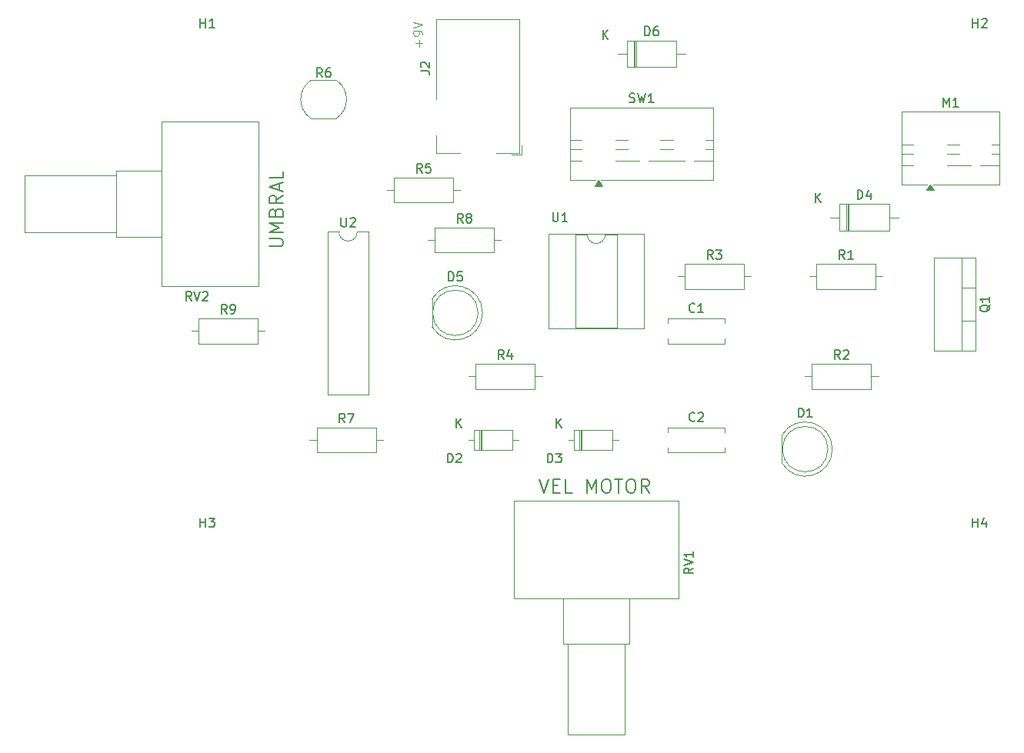
<source format=gbr>
%TF.GenerationSoftware,KiCad,Pcbnew,9.0.2*%
%TF.CreationDate,2025-06-20T15:29:42-04:00*%
%TF.ProjectId,proyecto02,70726f79-6563-4746-9f30-322e6b696361,rev?*%
%TF.SameCoordinates,Original*%
%TF.FileFunction,Legend,Top*%
%TF.FilePolarity,Positive*%
%FSLAX46Y46*%
G04 Gerber Fmt 4.6, Leading zero omitted, Abs format (unit mm)*
G04 Created by KiCad (PCBNEW 9.0.2) date 2025-06-20 15:29:42*
%MOMM*%
%LPD*%
G01*
G04 APERTURE LIST*
%ADD10C,0.187500*%
%ADD11C,0.100000*%
%ADD12C,0.150000*%
%ADD13C,0.120000*%
G04 APERTURE END LIST*
D10*
X69766212Y-108806678D02*
X70266212Y-110306678D01*
X70266212Y-110306678D02*
X70766212Y-108806678D01*
X71266211Y-109520964D02*
X71766211Y-109520964D01*
X71980497Y-110306678D02*
X71266211Y-110306678D01*
X71266211Y-110306678D02*
X71266211Y-108806678D01*
X71266211Y-108806678D02*
X71980497Y-108806678D01*
X73337640Y-110306678D02*
X72623354Y-110306678D01*
X72623354Y-110306678D02*
X72623354Y-108806678D01*
X74980497Y-110306678D02*
X74980497Y-108806678D01*
X74980497Y-108806678D02*
X75480497Y-109878107D01*
X75480497Y-109878107D02*
X75980497Y-108806678D01*
X75980497Y-108806678D02*
X75980497Y-110306678D01*
X76980498Y-108806678D02*
X77266212Y-108806678D01*
X77266212Y-108806678D02*
X77409069Y-108878107D01*
X77409069Y-108878107D02*
X77551926Y-109020964D01*
X77551926Y-109020964D02*
X77623355Y-109306678D01*
X77623355Y-109306678D02*
X77623355Y-109806678D01*
X77623355Y-109806678D02*
X77551926Y-110092392D01*
X77551926Y-110092392D02*
X77409069Y-110235250D01*
X77409069Y-110235250D02*
X77266212Y-110306678D01*
X77266212Y-110306678D02*
X76980498Y-110306678D01*
X76980498Y-110306678D02*
X76837641Y-110235250D01*
X76837641Y-110235250D02*
X76694783Y-110092392D01*
X76694783Y-110092392D02*
X76623355Y-109806678D01*
X76623355Y-109806678D02*
X76623355Y-109306678D01*
X76623355Y-109306678D02*
X76694783Y-109020964D01*
X76694783Y-109020964D02*
X76837641Y-108878107D01*
X76837641Y-108878107D02*
X76980498Y-108806678D01*
X78051927Y-108806678D02*
X78909070Y-108806678D01*
X78480498Y-110306678D02*
X78480498Y-108806678D01*
X79694784Y-108806678D02*
X79980498Y-108806678D01*
X79980498Y-108806678D02*
X80123355Y-108878107D01*
X80123355Y-108878107D02*
X80266212Y-109020964D01*
X80266212Y-109020964D02*
X80337641Y-109306678D01*
X80337641Y-109306678D02*
X80337641Y-109806678D01*
X80337641Y-109806678D02*
X80266212Y-110092392D01*
X80266212Y-110092392D02*
X80123355Y-110235250D01*
X80123355Y-110235250D02*
X79980498Y-110306678D01*
X79980498Y-110306678D02*
X79694784Y-110306678D01*
X79694784Y-110306678D02*
X79551927Y-110235250D01*
X79551927Y-110235250D02*
X79409069Y-110092392D01*
X79409069Y-110092392D02*
X79337641Y-109806678D01*
X79337641Y-109806678D02*
X79337641Y-109306678D01*
X79337641Y-109306678D02*
X79409069Y-109020964D01*
X79409069Y-109020964D02*
X79551927Y-108878107D01*
X79551927Y-108878107D02*
X79694784Y-108806678D01*
X81837641Y-110306678D02*
X81337641Y-109592392D01*
X80980498Y-110306678D02*
X80980498Y-108806678D01*
X80980498Y-108806678D02*
X81551927Y-108806678D01*
X81551927Y-108806678D02*
X81694784Y-108878107D01*
X81694784Y-108878107D02*
X81766213Y-108949535D01*
X81766213Y-108949535D02*
X81837641Y-109092392D01*
X81837641Y-109092392D02*
X81837641Y-109306678D01*
X81837641Y-109306678D02*
X81766213Y-109449535D01*
X81766213Y-109449535D02*
X81694784Y-109520964D01*
X81694784Y-109520964D02*
X81551927Y-109592392D01*
X81551927Y-109592392D02*
X80980498Y-109592392D01*
D11*
X56491466Y-61196115D02*
X56491466Y-60434211D01*
X56872419Y-60815163D02*
X56110514Y-60815163D01*
X56872419Y-59910401D02*
X56872419Y-59719925D01*
X56872419Y-59719925D02*
X56824800Y-59624687D01*
X56824800Y-59624687D02*
X56777180Y-59577068D01*
X56777180Y-59577068D02*
X56634323Y-59481830D01*
X56634323Y-59481830D02*
X56443847Y-59434211D01*
X56443847Y-59434211D02*
X56062895Y-59434211D01*
X56062895Y-59434211D02*
X55967657Y-59481830D01*
X55967657Y-59481830D02*
X55920038Y-59529449D01*
X55920038Y-59529449D02*
X55872419Y-59624687D01*
X55872419Y-59624687D02*
X55872419Y-59815163D01*
X55872419Y-59815163D02*
X55920038Y-59910401D01*
X55920038Y-59910401D02*
X55967657Y-59958020D01*
X55967657Y-59958020D02*
X56062895Y-60005639D01*
X56062895Y-60005639D02*
X56300990Y-60005639D01*
X56300990Y-60005639D02*
X56396228Y-59958020D01*
X56396228Y-59958020D02*
X56443847Y-59910401D01*
X56443847Y-59910401D02*
X56491466Y-59815163D01*
X56491466Y-59815163D02*
X56491466Y-59624687D01*
X56491466Y-59624687D02*
X56443847Y-59529449D01*
X56443847Y-59529449D02*
X56396228Y-59481830D01*
X56396228Y-59481830D02*
X56300990Y-59434211D01*
X55872419Y-59148496D02*
X56872419Y-58815163D01*
X56872419Y-58815163D02*
X55872419Y-58481830D01*
D10*
X40010388Y-83196344D02*
X41224674Y-83196344D01*
X41224674Y-83196344D02*
X41367531Y-83124915D01*
X41367531Y-83124915D02*
X41438960Y-83053487D01*
X41438960Y-83053487D02*
X41510388Y-82910629D01*
X41510388Y-82910629D02*
X41510388Y-82624915D01*
X41510388Y-82624915D02*
X41438960Y-82482058D01*
X41438960Y-82482058D02*
X41367531Y-82410629D01*
X41367531Y-82410629D02*
X41224674Y-82339201D01*
X41224674Y-82339201D02*
X40010388Y-82339201D01*
X41510388Y-81624915D02*
X40010388Y-81624915D01*
X40010388Y-81624915D02*
X41081817Y-81124915D01*
X41081817Y-81124915D02*
X40010388Y-80624915D01*
X40010388Y-80624915D02*
X41510388Y-80624915D01*
X40724674Y-79410629D02*
X40796102Y-79196343D01*
X40796102Y-79196343D02*
X40867531Y-79124914D01*
X40867531Y-79124914D02*
X41010388Y-79053486D01*
X41010388Y-79053486D02*
X41224674Y-79053486D01*
X41224674Y-79053486D02*
X41367531Y-79124914D01*
X41367531Y-79124914D02*
X41438960Y-79196343D01*
X41438960Y-79196343D02*
X41510388Y-79339200D01*
X41510388Y-79339200D02*
X41510388Y-79910629D01*
X41510388Y-79910629D02*
X40010388Y-79910629D01*
X40010388Y-79910629D02*
X40010388Y-79410629D01*
X40010388Y-79410629D02*
X40081817Y-79267772D01*
X40081817Y-79267772D02*
X40153245Y-79196343D01*
X40153245Y-79196343D02*
X40296102Y-79124914D01*
X40296102Y-79124914D02*
X40438960Y-79124914D01*
X40438960Y-79124914D02*
X40581817Y-79196343D01*
X40581817Y-79196343D02*
X40653245Y-79267772D01*
X40653245Y-79267772D02*
X40724674Y-79410629D01*
X40724674Y-79410629D02*
X40724674Y-79910629D01*
X41510388Y-77553486D02*
X40796102Y-78053486D01*
X41510388Y-78410629D02*
X40010388Y-78410629D01*
X40010388Y-78410629D02*
X40010388Y-77839200D01*
X40010388Y-77839200D02*
X40081817Y-77696343D01*
X40081817Y-77696343D02*
X40153245Y-77624914D01*
X40153245Y-77624914D02*
X40296102Y-77553486D01*
X40296102Y-77553486D02*
X40510388Y-77553486D01*
X40510388Y-77553486D02*
X40653245Y-77624914D01*
X40653245Y-77624914D02*
X40724674Y-77696343D01*
X40724674Y-77696343D02*
X40796102Y-77839200D01*
X40796102Y-77839200D02*
X40796102Y-78410629D01*
X41081817Y-76982057D02*
X41081817Y-76267772D01*
X41510388Y-77124914D02*
X40010388Y-76624914D01*
X40010388Y-76624914D02*
X41510388Y-76124914D01*
X41510388Y-74910629D02*
X41510388Y-75624915D01*
X41510388Y-75624915D02*
X40010388Y-75624915D01*
D12*
X117428095Y-114097319D02*
X117428095Y-113097319D01*
X117428095Y-113573509D02*
X117999523Y-113573509D01*
X117999523Y-114097319D02*
X117999523Y-113097319D01*
X118904285Y-113430652D02*
X118904285Y-114097319D01*
X118666190Y-113049700D02*
X118428095Y-113763985D01*
X118428095Y-113763985D02*
X119047142Y-113763985D01*
X70641905Y-106987319D02*
X70641905Y-105987319D01*
X70641905Y-105987319D02*
X70880000Y-105987319D01*
X70880000Y-105987319D02*
X71022857Y-106034938D01*
X71022857Y-106034938D02*
X71118095Y-106130176D01*
X71118095Y-106130176D02*
X71165714Y-106225414D01*
X71165714Y-106225414D02*
X71213333Y-106415890D01*
X71213333Y-106415890D02*
X71213333Y-106558747D01*
X71213333Y-106558747D02*
X71165714Y-106749223D01*
X71165714Y-106749223D02*
X71118095Y-106844461D01*
X71118095Y-106844461D02*
X71022857Y-106939700D01*
X71022857Y-106939700D02*
X70880000Y-106987319D01*
X70880000Y-106987319D02*
X70641905Y-106987319D01*
X71546667Y-105987319D02*
X72165714Y-105987319D01*
X72165714Y-105987319D02*
X71832381Y-106368271D01*
X71832381Y-106368271D02*
X71975238Y-106368271D01*
X71975238Y-106368271D02*
X72070476Y-106415890D01*
X72070476Y-106415890D02*
X72118095Y-106463509D01*
X72118095Y-106463509D02*
X72165714Y-106558747D01*
X72165714Y-106558747D02*
X72165714Y-106796842D01*
X72165714Y-106796842D02*
X72118095Y-106892080D01*
X72118095Y-106892080D02*
X72070476Y-106939700D01*
X72070476Y-106939700D02*
X71975238Y-106987319D01*
X71975238Y-106987319D02*
X71689524Y-106987319D01*
X71689524Y-106987319D02*
X71594286Y-106939700D01*
X71594286Y-106939700D02*
X71546667Y-106892080D01*
X71618095Y-103154819D02*
X71618095Y-102154819D01*
X72189523Y-103154819D02*
X71760952Y-102583390D01*
X72189523Y-102154819D02*
X71618095Y-102726247D01*
X86833333Y-102359580D02*
X86785714Y-102407200D01*
X86785714Y-102407200D02*
X86642857Y-102454819D01*
X86642857Y-102454819D02*
X86547619Y-102454819D01*
X86547619Y-102454819D02*
X86404762Y-102407200D01*
X86404762Y-102407200D02*
X86309524Y-102311961D01*
X86309524Y-102311961D02*
X86261905Y-102216723D01*
X86261905Y-102216723D02*
X86214286Y-102026247D01*
X86214286Y-102026247D02*
X86214286Y-101883390D01*
X86214286Y-101883390D02*
X86261905Y-101692914D01*
X86261905Y-101692914D02*
X86309524Y-101597676D01*
X86309524Y-101597676D02*
X86404762Y-101502438D01*
X86404762Y-101502438D02*
X86547619Y-101454819D01*
X86547619Y-101454819D02*
X86642857Y-101454819D01*
X86642857Y-101454819D02*
X86785714Y-101502438D01*
X86785714Y-101502438D02*
X86833333Y-101550057D01*
X87214286Y-101550057D02*
X87261905Y-101502438D01*
X87261905Y-101502438D02*
X87357143Y-101454819D01*
X87357143Y-101454819D02*
X87595238Y-101454819D01*
X87595238Y-101454819D02*
X87690476Y-101502438D01*
X87690476Y-101502438D02*
X87738095Y-101550057D01*
X87738095Y-101550057D02*
X87785714Y-101645295D01*
X87785714Y-101645295D02*
X87785714Y-101740533D01*
X87785714Y-101740533D02*
X87738095Y-101883390D01*
X87738095Y-101883390D02*
X87166667Y-102454819D01*
X87166667Y-102454819D02*
X87785714Y-102454819D01*
X59756905Y-86994819D02*
X59756905Y-85994819D01*
X59756905Y-85994819D02*
X59995000Y-85994819D01*
X59995000Y-85994819D02*
X60137857Y-86042438D01*
X60137857Y-86042438D02*
X60233095Y-86137676D01*
X60233095Y-86137676D02*
X60280714Y-86232914D01*
X60280714Y-86232914D02*
X60328333Y-86423390D01*
X60328333Y-86423390D02*
X60328333Y-86566247D01*
X60328333Y-86566247D02*
X60280714Y-86756723D01*
X60280714Y-86756723D02*
X60233095Y-86851961D01*
X60233095Y-86851961D02*
X60137857Y-86947200D01*
X60137857Y-86947200D02*
X59995000Y-86994819D01*
X59995000Y-86994819D02*
X59756905Y-86994819D01*
X61233095Y-85994819D02*
X60756905Y-85994819D01*
X60756905Y-85994819D02*
X60709286Y-86471009D01*
X60709286Y-86471009D02*
X60756905Y-86423390D01*
X60756905Y-86423390D02*
X60852143Y-86375771D01*
X60852143Y-86375771D02*
X61090238Y-86375771D01*
X61090238Y-86375771D02*
X61185476Y-86423390D01*
X61185476Y-86423390D02*
X61233095Y-86471009D01*
X61233095Y-86471009D02*
X61280714Y-86566247D01*
X61280714Y-86566247D02*
X61280714Y-86804342D01*
X61280714Y-86804342D02*
X61233095Y-86899580D01*
X61233095Y-86899580D02*
X61185476Y-86947200D01*
X61185476Y-86947200D02*
X61090238Y-86994819D01*
X61090238Y-86994819D02*
X60852143Y-86994819D01*
X60852143Y-86994819D02*
X60756905Y-86947200D01*
X60756905Y-86947200D02*
X60709286Y-86899580D01*
X31454761Y-89154819D02*
X31121428Y-88678628D01*
X30883333Y-89154819D02*
X30883333Y-88154819D01*
X30883333Y-88154819D02*
X31264285Y-88154819D01*
X31264285Y-88154819D02*
X31359523Y-88202438D01*
X31359523Y-88202438D02*
X31407142Y-88250057D01*
X31407142Y-88250057D02*
X31454761Y-88345295D01*
X31454761Y-88345295D02*
X31454761Y-88488152D01*
X31454761Y-88488152D02*
X31407142Y-88583390D01*
X31407142Y-88583390D02*
X31359523Y-88631009D01*
X31359523Y-88631009D02*
X31264285Y-88678628D01*
X31264285Y-88678628D02*
X30883333Y-88678628D01*
X31740476Y-88154819D02*
X32073809Y-89154819D01*
X32073809Y-89154819D02*
X32407142Y-88154819D01*
X32692857Y-88250057D02*
X32740476Y-88202438D01*
X32740476Y-88202438D02*
X32835714Y-88154819D01*
X32835714Y-88154819D02*
X33073809Y-88154819D01*
X33073809Y-88154819D02*
X33169047Y-88202438D01*
X33169047Y-88202438D02*
X33216666Y-88250057D01*
X33216666Y-88250057D02*
X33264285Y-88345295D01*
X33264285Y-88345295D02*
X33264285Y-88440533D01*
X33264285Y-88440533D02*
X33216666Y-88583390D01*
X33216666Y-88583390D02*
X32645238Y-89154819D01*
X32645238Y-89154819D02*
X33264285Y-89154819D01*
X104761905Y-77984819D02*
X104761905Y-76984819D01*
X104761905Y-76984819D02*
X105000000Y-76984819D01*
X105000000Y-76984819D02*
X105142857Y-77032438D01*
X105142857Y-77032438D02*
X105238095Y-77127676D01*
X105238095Y-77127676D02*
X105285714Y-77222914D01*
X105285714Y-77222914D02*
X105333333Y-77413390D01*
X105333333Y-77413390D02*
X105333333Y-77556247D01*
X105333333Y-77556247D02*
X105285714Y-77746723D01*
X105285714Y-77746723D02*
X105238095Y-77841961D01*
X105238095Y-77841961D02*
X105142857Y-77937200D01*
X105142857Y-77937200D02*
X105000000Y-77984819D01*
X105000000Y-77984819D02*
X104761905Y-77984819D01*
X106190476Y-77318152D02*
X106190476Y-77984819D01*
X105952381Y-76937200D02*
X105714286Y-77651485D01*
X105714286Y-77651485D02*
X106333333Y-77651485D01*
X100158095Y-78354819D02*
X100158095Y-77354819D01*
X100729523Y-78354819D02*
X100300952Y-77783390D01*
X100729523Y-77354819D02*
X100158095Y-77926247D01*
X114190476Y-67802319D02*
X114190476Y-66802319D01*
X114190476Y-66802319D02*
X114523809Y-67516604D01*
X114523809Y-67516604D02*
X114857142Y-66802319D01*
X114857142Y-66802319D02*
X114857142Y-67802319D01*
X115857142Y-67802319D02*
X115285714Y-67802319D01*
X115571428Y-67802319D02*
X115571428Y-66802319D01*
X115571428Y-66802319D02*
X115476190Y-66945176D01*
X115476190Y-66945176D02*
X115380952Y-67040414D01*
X115380952Y-67040414D02*
X115285714Y-67088033D01*
X88833333Y-84584819D02*
X88500000Y-84108628D01*
X88261905Y-84584819D02*
X88261905Y-83584819D01*
X88261905Y-83584819D02*
X88642857Y-83584819D01*
X88642857Y-83584819D02*
X88738095Y-83632438D01*
X88738095Y-83632438D02*
X88785714Y-83680057D01*
X88785714Y-83680057D02*
X88833333Y-83775295D01*
X88833333Y-83775295D02*
X88833333Y-83918152D01*
X88833333Y-83918152D02*
X88785714Y-84013390D01*
X88785714Y-84013390D02*
X88738095Y-84061009D01*
X88738095Y-84061009D02*
X88642857Y-84108628D01*
X88642857Y-84108628D02*
X88261905Y-84108628D01*
X89166667Y-83584819D02*
X89785714Y-83584819D01*
X89785714Y-83584819D02*
X89452381Y-83965771D01*
X89452381Y-83965771D02*
X89595238Y-83965771D01*
X89595238Y-83965771D02*
X89690476Y-84013390D01*
X89690476Y-84013390D02*
X89738095Y-84061009D01*
X89738095Y-84061009D02*
X89785714Y-84156247D01*
X89785714Y-84156247D02*
X89785714Y-84394342D01*
X89785714Y-84394342D02*
X89738095Y-84489580D01*
X89738095Y-84489580D02*
X89690476Y-84537200D01*
X89690476Y-84537200D02*
X89595238Y-84584819D01*
X89595238Y-84584819D02*
X89309524Y-84584819D01*
X89309524Y-84584819D02*
X89214286Y-84537200D01*
X89214286Y-84537200D02*
X89166667Y-84489580D01*
X81341905Y-59984819D02*
X81341905Y-58984819D01*
X81341905Y-58984819D02*
X81580000Y-58984819D01*
X81580000Y-58984819D02*
X81722857Y-59032438D01*
X81722857Y-59032438D02*
X81818095Y-59127676D01*
X81818095Y-59127676D02*
X81865714Y-59222914D01*
X81865714Y-59222914D02*
X81913333Y-59413390D01*
X81913333Y-59413390D02*
X81913333Y-59556247D01*
X81913333Y-59556247D02*
X81865714Y-59746723D01*
X81865714Y-59746723D02*
X81818095Y-59841961D01*
X81818095Y-59841961D02*
X81722857Y-59937200D01*
X81722857Y-59937200D02*
X81580000Y-59984819D01*
X81580000Y-59984819D02*
X81341905Y-59984819D01*
X82770476Y-58984819D02*
X82580000Y-58984819D01*
X82580000Y-58984819D02*
X82484762Y-59032438D01*
X82484762Y-59032438D02*
X82437143Y-59080057D01*
X82437143Y-59080057D02*
X82341905Y-59222914D01*
X82341905Y-59222914D02*
X82294286Y-59413390D01*
X82294286Y-59413390D02*
X82294286Y-59794342D01*
X82294286Y-59794342D02*
X82341905Y-59889580D01*
X82341905Y-59889580D02*
X82389524Y-59937200D01*
X82389524Y-59937200D02*
X82484762Y-59984819D01*
X82484762Y-59984819D02*
X82675238Y-59984819D01*
X82675238Y-59984819D02*
X82770476Y-59937200D01*
X82770476Y-59937200D02*
X82818095Y-59889580D01*
X82818095Y-59889580D02*
X82865714Y-59794342D01*
X82865714Y-59794342D02*
X82865714Y-59556247D01*
X82865714Y-59556247D02*
X82818095Y-59461009D01*
X82818095Y-59461009D02*
X82770476Y-59413390D01*
X82770476Y-59413390D02*
X82675238Y-59365771D01*
X82675238Y-59365771D02*
X82484762Y-59365771D01*
X82484762Y-59365771D02*
X82389524Y-59413390D01*
X82389524Y-59413390D02*
X82341905Y-59461009D01*
X82341905Y-59461009D02*
X82294286Y-59556247D01*
X76738095Y-60354819D02*
X76738095Y-59354819D01*
X77309523Y-60354819D02*
X76880952Y-59783390D01*
X77309523Y-59354819D02*
X76738095Y-59926247D01*
X102833333Y-95584819D02*
X102500000Y-95108628D01*
X102261905Y-95584819D02*
X102261905Y-94584819D01*
X102261905Y-94584819D02*
X102642857Y-94584819D01*
X102642857Y-94584819D02*
X102738095Y-94632438D01*
X102738095Y-94632438D02*
X102785714Y-94680057D01*
X102785714Y-94680057D02*
X102833333Y-94775295D01*
X102833333Y-94775295D02*
X102833333Y-94918152D01*
X102833333Y-94918152D02*
X102785714Y-95013390D01*
X102785714Y-95013390D02*
X102738095Y-95061009D01*
X102738095Y-95061009D02*
X102642857Y-95108628D01*
X102642857Y-95108628D02*
X102261905Y-95108628D01*
X103214286Y-94680057D02*
X103261905Y-94632438D01*
X103261905Y-94632438D02*
X103357143Y-94584819D01*
X103357143Y-94584819D02*
X103595238Y-94584819D01*
X103595238Y-94584819D02*
X103690476Y-94632438D01*
X103690476Y-94632438D02*
X103738095Y-94680057D01*
X103738095Y-94680057D02*
X103785714Y-94775295D01*
X103785714Y-94775295D02*
X103785714Y-94870533D01*
X103785714Y-94870533D02*
X103738095Y-95013390D01*
X103738095Y-95013390D02*
X103166667Y-95584819D01*
X103166667Y-95584819D02*
X103785714Y-95584819D01*
X32428095Y-114097319D02*
X32428095Y-113097319D01*
X32428095Y-113573509D02*
X32999523Y-113573509D01*
X32999523Y-114097319D02*
X32999523Y-113097319D01*
X33380476Y-113097319D02*
X33999523Y-113097319D01*
X33999523Y-113097319D02*
X33666190Y-113478271D01*
X33666190Y-113478271D02*
X33809047Y-113478271D01*
X33809047Y-113478271D02*
X33904285Y-113525890D01*
X33904285Y-113525890D02*
X33951904Y-113573509D01*
X33951904Y-113573509D02*
X33999523Y-113668747D01*
X33999523Y-113668747D02*
X33999523Y-113906842D01*
X33999523Y-113906842D02*
X33951904Y-114002080D01*
X33951904Y-114002080D02*
X33904285Y-114049700D01*
X33904285Y-114049700D02*
X33809047Y-114097319D01*
X33809047Y-114097319D02*
X33523333Y-114097319D01*
X33523333Y-114097319D02*
X33428095Y-114049700D01*
X33428095Y-114049700D02*
X33380476Y-114002080D01*
X98256905Y-101994819D02*
X98256905Y-100994819D01*
X98256905Y-100994819D02*
X98495000Y-100994819D01*
X98495000Y-100994819D02*
X98637857Y-101042438D01*
X98637857Y-101042438D02*
X98733095Y-101137676D01*
X98733095Y-101137676D02*
X98780714Y-101232914D01*
X98780714Y-101232914D02*
X98828333Y-101423390D01*
X98828333Y-101423390D02*
X98828333Y-101566247D01*
X98828333Y-101566247D02*
X98780714Y-101756723D01*
X98780714Y-101756723D02*
X98733095Y-101851961D01*
X98733095Y-101851961D02*
X98637857Y-101947200D01*
X98637857Y-101947200D02*
X98495000Y-101994819D01*
X98495000Y-101994819D02*
X98256905Y-101994819D01*
X99780714Y-101994819D02*
X99209286Y-101994819D01*
X99495000Y-101994819D02*
X99495000Y-100994819D01*
X99495000Y-100994819D02*
X99399762Y-101137676D01*
X99399762Y-101137676D02*
X99304524Y-101232914D01*
X99304524Y-101232914D02*
X99209286Y-101280533D01*
X119320057Y-89635238D02*
X119272438Y-89730476D01*
X119272438Y-89730476D02*
X119177200Y-89825714D01*
X119177200Y-89825714D02*
X119034342Y-89968571D01*
X119034342Y-89968571D02*
X118986723Y-90063809D01*
X118986723Y-90063809D02*
X118986723Y-90159047D01*
X119224819Y-90111428D02*
X119177200Y-90206666D01*
X119177200Y-90206666D02*
X119081961Y-90301904D01*
X119081961Y-90301904D02*
X118891485Y-90349523D01*
X118891485Y-90349523D02*
X118558152Y-90349523D01*
X118558152Y-90349523D02*
X118367676Y-90301904D01*
X118367676Y-90301904D02*
X118272438Y-90206666D01*
X118272438Y-90206666D02*
X118224819Y-90111428D01*
X118224819Y-90111428D02*
X118224819Y-89920952D01*
X118224819Y-89920952D02*
X118272438Y-89825714D01*
X118272438Y-89825714D02*
X118367676Y-89730476D01*
X118367676Y-89730476D02*
X118558152Y-89682857D01*
X118558152Y-89682857D02*
X118891485Y-89682857D01*
X118891485Y-89682857D02*
X119081961Y-89730476D01*
X119081961Y-89730476D02*
X119177200Y-89825714D01*
X119177200Y-89825714D02*
X119224819Y-89920952D01*
X119224819Y-89920952D02*
X119224819Y-90111428D01*
X119224819Y-88730476D02*
X119224819Y-89301904D01*
X119224819Y-89016190D02*
X118224819Y-89016190D01*
X118224819Y-89016190D02*
X118367676Y-89111428D01*
X118367676Y-89111428D02*
X118462914Y-89206666D01*
X118462914Y-89206666D02*
X118510533Y-89301904D01*
X86833333Y-90359580D02*
X86785714Y-90407200D01*
X86785714Y-90407200D02*
X86642857Y-90454819D01*
X86642857Y-90454819D02*
X86547619Y-90454819D01*
X86547619Y-90454819D02*
X86404762Y-90407200D01*
X86404762Y-90407200D02*
X86309524Y-90311961D01*
X86309524Y-90311961D02*
X86261905Y-90216723D01*
X86261905Y-90216723D02*
X86214286Y-90026247D01*
X86214286Y-90026247D02*
X86214286Y-89883390D01*
X86214286Y-89883390D02*
X86261905Y-89692914D01*
X86261905Y-89692914D02*
X86309524Y-89597676D01*
X86309524Y-89597676D02*
X86404762Y-89502438D01*
X86404762Y-89502438D02*
X86547619Y-89454819D01*
X86547619Y-89454819D02*
X86642857Y-89454819D01*
X86642857Y-89454819D02*
X86785714Y-89502438D01*
X86785714Y-89502438D02*
X86833333Y-89550057D01*
X87785714Y-90454819D02*
X87214286Y-90454819D01*
X87500000Y-90454819D02*
X87500000Y-89454819D01*
X87500000Y-89454819D02*
X87404762Y-89597676D01*
X87404762Y-89597676D02*
X87309524Y-89692914D01*
X87309524Y-89692914D02*
X87214286Y-89740533D01*
X71238095Y-79454819D02*
X71238095Y-80264342D01*
X71238095Y-80264342D02*
X71285714Y-80359580D01*
X71285714Y-80359580D02*
X71333333Y-80407200D01*
X71333333Y-80407200D02*
X71428571Y-80454819D01*
X71428571Y-80454819D02*
X71619047Y-80454819D01*
X71619047Y-80454819D02*
X71714285Y-80407200D01*
X71714285Y-80407200D02*
X71761904Y-80359580D01*
X71761904Y-80359580D02*
X71809523Y-80264342D01*
X71809523Y-80264342D02*
X71809523Y-79454819D01*
X72809523Y-80454819D02*
X72238095Y-80454819D01*
X72523809Y-80454819D02*
X72523809Y-79454819D01*
X72523809Y-79454819D02*
X72428571Y-79597676D01*
X72428571Y-79597676D02*
X72333333Y-79692914D01*
X72333333Y-79692914D02*
X72238095Y-79740533D01*
X32428095Y-59097319D02*
X32428095Y-58097319D01*
X32428095Y-58573509D02*
X32999523Y-58573509D01*
X32999523Y-59097319D02*
X32999523Y-58097319D01*
X33999523Y-59097319D02*
X33428095Y-59097319D01*
X33713809Y-59097319D02*
X33713809Y-58097319D01*
X33713809Y-58097319D02*
X33618571Y-58240176D01*
X33618571Y-58240176D02*
X33523333Y-58335414D01*
X33523333Y-58335414D02*
X33428095Y-58383033D01*
X86654819Y-118595238D02*
X86178628Y-118928571D01*
X86654819Y-119166666D02*
X85654819Y-119166666D01*
X85654819Y-119166666D02*
X85654819Y-118785714D01*
X85654819Y-118785714D02*
X85702438Y-118690476D01*
X85702438Y-118690476D02*
X85750057Y-118642857D01*
X85750057Y-118642857D02*
X85845295Y-118595238D01*
X85845295Y-118595238D02*
X85988152Y-118595238D01*
X85988152Y-118595238D02*
X86083390Y-118642857D01*
X86083390Y-118642857D02*
X86131009Y-118690476D01*
X86131009Y-118690476D02*
X86178628Y-118785714D01*
X86178628Y-118785714D02*
X86178628Y-119166666D01*
X85654819Y-118309523D02*
X86654819Y-117976190D01*
X86654819Y-117976190D02*
X85654819Y-117642857D01*
X86654819Y-116785714D02*
X86654819Y-117357142D01*
X86654819Y-117071428D02*
X85654819Y-117071428D01*
X85654819Y-117071428D02*
X85797676Y-117166666D01*
X85797676Y-117166666D02*
X85892914Y-117261904D01*
X85892914Y-117261904D02*
X85940533Y-117357142D01*
X56833333Y-75084819D02*
X56500000Y-74608628D01*
X56261905Y-75084819D02*
X56261905Y-74084819D01*
X56261905Y-74084819D02*
X56642857Y-74084819D01*
X56642857Y-74084819D02*
X56738095Y-74132438D01*
X56738095Y-74132438D02*
X56785714Y-74180057D01*
X56785714Y-74180057D02*
X56833333Y-74275295D01*
X56833333Y-74275295D02*
X56833333Y-74418152D01*
X56833333Y-74418152D02*
X56785714Y-74513390D01*
X56785714Y-74513390D02*
X56738095Y-74561009D01*
X56738095Y-74561009D02*
X56642857Y-74608628D01*
X56642857Y-74608628D02*
X56261905Y-74608628D01*
X57738095Y-74084819D02*
X57261905Y-74084819D01*
X57261905Y-74084819D02*
X57214286Y-74561009D01*
X57214286Y-74561009D02*
X57261905Y-74513390D01*
X57261905Y-74513390D02*
X57357143Y-74465771D01*
X57357143Y-74465771D02*
X57595238Y-74465771D01*
X57595238Y-74465771D02*
X57690476Y-74513390D01*
X57690476Y-74513390D02*
X57738095Y-74561009D01*
X57738095Y-74561009D02*
X57785714Y-74656247D01*
X57785714Y-74656247D02*
X57785714Y-74894342D01*
X57785714Y-74894342D02*
X57738095Y-74989580D01*
X57738095Y-74989580D02*
X57690476Y-75037200D01*
X57690476Y-75037200D02*
X57595238Y-75084819D01*
X57595238Y-75084819D02*
X57357143Y-75084819D01*
X57357143Y-75084819D02*
X57261905Y-75037200D01*
X57261905Y-75037200D02*
X57214286Y-74989580D01*
X45833333Y-64554819D02*
X45500000Y-64078628D01*
X45261905Y-64554819D02*
X45261905Y-63554819D01*
X45261905Y-63554819D02*
X45642857Y-63554819D01*
X45642857Y-63554819D02*
X45738095Y-63602438D01*
X45738095Y-63602438D02*
X45785714Y-63650057D01*
X45785714Y-63650057D02*
X45833333Y-63745295D01*
X45833333Y-63745295D02*
X45833333Y-63888152D01*
X45833333Y-63888152D02*
X45785714Y-63983390D01*
X45785714Y-63983390D02*
X45738095Y-64031009D01*
X45738095Y-64031009D02*
X45642857Y-64078628D01*
X45642857Y-64078628D02*
X45261905Y-64078628D01*
X46690476Y-63554819D02*
X46500000Y-63554819D01*
X46500000Y-63554819D02*
X46404762Y-63602438D01*
X46404762Y-63602438D02*
X46357143Y-63650057D01*
X46357143Y-63650057D02*
X46261905Y-63792914D01*
X46261905Y-63792914D02*
X46214286Y-63983390D01*
X46214286Y-63983390D02*
X46214286Y-64364342D01*
X46214286Y-64364342D02*
X46261905Y-64459580D01*
X46261905Y-64459580D02*
X46309524Y-64507200D01*
X46309524Y-64507200D02*
X46404762Y-64554819D01*
X46404762Y-64554819D02*
X46595238Y-64554819D01*
X46595238Y-64554819D02*
X46690476Y-64507200D01*
X46690476Y-64507200D02*
X46738095Y-64459580D01*
X46738095Y-64459580D02*
X46785714Y-64364342D01*
X46785714Y-64364342D02*
X46785714Y-64126247D01*
X46785714Y-64126247D02*
X46738095Y-64031009D01*
X46738095Y-64031009D02*
X46690476Y-63983390D01*
X46690476Y-63983390D02*
X46595238Y-63935771D01*
X46595238Y-63935771D02*
X46404762Y-63935771D01*
X46404762Y-63935771D02*
X46309524Y-63983390D01*
X46309524Y-63983390D02*
X46261905Y-64031009D01*
X46261905Y-64031009D02*
X46214286Y-64126247D01*
X61333333Y-80584819D02*
X61000000Y-80108628D01*
X60761905Y-80584819D02*
X60761905Y-79584819D01*
X60761905Y-79584819D02*
X61142857Y-79584819D01*
X61142857Y-79584819D02*
X61238095Y-79632438D01*
X61238095Y-79632438D02*
X61285714Y-79680057D01*
X61285714Y-79680057D02*
X61333333Y-79775295D01*
X61333333Y-79775295D02*
X61333333Y-79918152D01*
X61333333Y-79918152D02*
X61285714Y-80013390D01*
X61285714Y-80013390D02*
X61238095Y-80061009D01*
X61238095Y-80061009D02*
X61142857Y-80108628D01*
X61142857Y-80108628D02*
X60761905Y-80108628D01*
X61904762Y-80013390D02*
X61809524Y-79965771D01*
X61809524Y-79965771D02*
X61761905Y-79918152D01*
X61761905Y-79918152D02*
X61714286Y-79822914D01*
X61714286Y-79822914D02*
X61714286Y-79775295D01*
X61714286Y-79775295D02*
X61761905Y-79680057D01*
X61761905Y-79680057D02*
X61809524Y-79632438D01*
X61809524Y-79632438D02*
X61904762Y-79584819D01*
X61904762Y-79584819D02*
X62095238Y-79584819D01*
X62095238Y-79584819D02*
X62190476Y-79632438D01*
X62190476Y-79632438D02*
X62238095Y-79680057D01*
X62238095Y-79680057D02*
X62285714Y-79775295D01*
X62285714Y-79775295D02*
X62285714Y-79822914D01*
X62285714Y-79822914D02*
X62238095Y-79918152D01*
X62238095Y-79918152D02*
X62190476Y-79965771D01*
X62190476Y-79965771D02*
X62095238Y-80013390D01*
X62095238Y-80013390D02*
X61904762Y-80013390D01*
X61904762Y-80013390D02*
X61809524Y-80061009D01*
X61809524Y-80061009D02*
X61761905Y-80108628D01*
X61761905Y-80108628D02*
X61714286Y-80203866D01*
X61714286Y-80203866D02*
X61714286Y-80394342D01*
X61714286Y-80394342D02*
X61761905Y-80489580D01*
X61761905Y-80489580D02*
X61809524Y-80537200D01*
X61809524Y-80537200D02*
X61904762Y-80584819D01*
X61904762Y-80584819D02*
X62095238Y-80584819D01*
X62095238Y-80584819D02*
X62190476Y-80537200D01*
X62190476Y-80537200D02*
X62238095Y-80489580D01*
X62238095Y-80489580D02*
X62285714Y-80394342D01*
X62285714Y-80394342D02*
X62285714Y-80203866D01*
X62285714Y-80203866D02*
X62238095Y-80108628D01*
X62238095Y-80108628D02*
X62190476Y-80061009D01*
X62190476Y-80061009D02*
X62095238Y-80013390D01*
X59641905Y-106987319D02*
X59641905Y-105987319D01*
X59641905Y-105987319D02*
X59880000Y-105987319D01*
X59880000Y-105987319D02*
X60022857Y-106034938D01*
X60022857Y-106034938D02*
X60118095Y-106130176D01*
X60118095Y-106130176D02*
X60165714Y-106225414D01*
X60165714Y-106225414D02*
X60213333Y-106415890D01*
X60213333Y-106415890D02*
X60213333Y-106558747D01*
X60213333Y-106558747D02*
X60165714Y-106749223D01*
X60165714Y-106749223D02*
X60118095Y-106844461D01*
X60118095Y-106844461D02*
X60022857Y-106939700D01*
X60022857Y-106939700D02*
X59880000Y-106987319D01*
X59880000Y-106987319D02*
X59641905Y-106987319D01*
X60594286Y-106082557D02*
X60641905Y-106034938D01*
X60641905Y-106034938D02*
X60737143Y-105987319D01*
X60737143Y-105987319D02*
X60975238Y-105987319D01*
X60975238Y-105987319D02*
X61070476Y-106034938D01*
X61070476Y-106034938D02*
X61118095Y-106082557D01*
X61118095Y-106082557D02*
X61165714Y-106177795D01*
X61165714Y-106177795D02*
X61165714Y-106273033D01*
X61165714Y-106273033D02*
X61118095Y-106415890D01*
X61118095Y-106415890D02*
X60546667Y-106987319D01*
X60546667Y-106987319D02*
X61165714Y-106987319D01*
X60618095Y-103154819D02*
X60618095Y-102154819D01*
X61189523Y-103154819D02*
X60760952Y-102583390D01*
X61189523Y-102154819D02*
X60618095Y-102726247D01*
X56662319Y-63883333D02*
X57376604Y-63883333D01*
X57376604Y-63883333D02*
X57519461Y-63930952D01*
X57519461Y-63930952D02*
X57614700Y-64026190D01*
X57614700Y-64026190D02*
X57662319Y-64169047D01*
X57662319Y-64169047D02*
X57662319Y-64264285D01*
X56757557Y-63454761D02*
X56709938Y-63407142D01*
X56709938Y-63407142D02*
X56662319Y-63311904D01*
X56662319Y-63311904D02*
X56662319Y-63073809D01*
X56662319Y-63073809D02*
X56709938Y-62978571D01*
X56709938Y-62978571D02*
X56757557Y-62930952D01*
X56757557Y-62930952D02*
X56852795Y-62883333D01*
X56852795Y-62883333D02*
X56948033Y-62883333D01*
X56948033Y-62883333D02*
X57090890Y-62930952D01*
X57090890Y-62930952D02*
X57662319Y-63502380D01*
X57662319Y-63502380D02*
X57662319Y-62883333D01*
X103333333Y-84584819D02*
X103000000Y-84108628D01*
X102761905Y-84584819D02*
X102761905Y-83584819D01*
X102761905Y-83584819D02*
X103142857Y-83584819D01*
X103142857Y-83584819D02*
X103238095Y-83632438D01*
X103238095Y-83632438D02*
X103285714Y-83680057D01*
X103285714Y-83680057D02*
X103333333Y-83775295D01*
X103333333Y-83775295D02*
X103333333Y-83918152D01*
X103333333Y-83918152D02*
X103285714Y-84013390D01*
X103285714Y-84013390D02*
X103238095Y-84061009D01*
X103238095Y-84061009D02*
X103142857Y-84108628D01*
X103142857Y-84108628D02*
X102761905Y-84108628D01*
X104285714Y-84584819D02*
X103714286Y-84584819D01*
X104000000Y-84584819D02*
X104000000Y-83584819D01*
X104000000Y-83584819D02*
X103904762Y-83727676D01*
X103904762Y-83727676D02*
X103809524Y-83822914D01*
X103809524Y-83822914D02*
X103714286Y-83870533D01*
X35333333Y-90584819D02*
X35000000Y-90108628D01*
X34761905Y-90584819D02*
X34761905Y-89584819D01*
X34761905Y-89584819D02*
X35142857Y-89584819D01*
X35142857Y-89584819D02*
X35238095Y-89632438D01*
X35238095Y-89632438D02*
X35285714Y-89680057D01*
X35285714Y-89680057D02*
X35333333Y-89775295D01*
X35333333Y-89775295D02*
X35333333Y-89918152D01*
X35333333Y-89918152D02*
X35285714Y-90013390D01*
X35285714Y-90013390D02*
X35238095Y-90061009D01*
X35238095Y-90061009D02*
X35142857Y-90108628D01*
X35142857Y-90108628D02*
X34761905Y-90108628D01*
X35809524Y-90584819D02*
X36000000Y-90584819D01*
X36000000Y-90584819D02*
X36095238Y-90537200D01*
X36095238Y-90537200D02*
X36142857Y-90489580D01*
X36142857Y-90489580D02*
X36238095Y-90346723D01*
X36238095Y-90346723D02*
X36285714Y-90156247D01*
X36285714Y-90156247D02*
X36285714Y-89775295D01*
X36285714Y-89775295D02*
X36238095Y-89680057D01*
X36238095Y-89680057D02*
X36190476Y-89632438D01*
X36190476Y-89632438D02*
X36095238Y-89584819D01*
X36095238Y-89584819D02*
X35904762Y-89584819D01*
X35904762Y-89584819D02*
X35809524Y-89632438D01*
X35809524Y-89632438D02*
X35761905Y-89680057D01*
X35761905Y-89680057D02*
X35714286Y-89775295D01*
X35714286Y-89775295D02*
X35714286Y-90013390D01*
X35714286Y-90013390D02*
X35761905Y-90108628D01*
X35761905Y-90108628D02*
X35809524Y-90156247D01*
X35809524Y-90156247D02*
X35904762Y-90203866D01*
X35904762Y-90203866D02*
X36095238Y-90203866D01*
X36095238Y-90203866D02*
X36190476Y-90156247D01*
X36190476Y-90156247D02*
X36238095Y-90108628D01*
X36238095Y-90108628D02*
X36285714Y-90013390D01*
X65833333Y-95584819D02*
X65500000Y-95108628D01*
X65261905Y-95584819D02*
X65261905Y-94584819D01*
X65261905Y-94584819D02*
X65642857Y-94584819D01*
X65642857Y-94584819D02*
X65738095Y-94632438D01*
X65738095Y-94632438D02*
X65785714Y-94680057D01*
X65785714Y-94680057D02*
X65833333Y-94775295D01*
X65833333Y-94775295D02*
X65833333Y-94918152D01*
X65833333Y-94918152D02*
X65785714Y-95013390D01*
X65785714Y-95013390D02*
X65738095Y-95061009D01*
X65738095Y-95061009D02*
X65642857Y-95108628D01*
X65642857Y-95108628D02*
X65261905Y-95108628D01*
X66690476Y-94918152D02*
X66690476Y-95584819D01*
X66452381Y-94537200D02*
X66214286Y-95251485D01*
X66214286Y-95251485D02*
X66833333Y-95251485D01*
X48333333Y-102584819D02*
X48000000Y-102108628D01*
X47761905Y-102584819D02*
X47761905Y-101584819D01*
X47761905Y-101584819D02*
X48142857Y-101584819D01*
X48142857Y-101584819D02*
X48238095Y-101632438D01*
X48238095Y-101632438D02*
X48285714Y-101680057D01*
X48285714Y-101680057D02*
X48333333Y-101775295D01*
X48333333Y-101775295D02*
X48333333Y-101918152D01*
X48333333Y-101918152D02*
X48285714Y-102013390D01*
X48285714Y-102013390D02*
X48238095Y-102061009D01*
X48238095Y-102061009D02*
X48142857Y-102108628D01*
X48142857Y-102108628D02*
X47761905Y-102108628D01*
X48666667Y-101584819D02*
X49333333Y-101584819D01*
X49333333Y-101584819D02*
X48904762Y-102584819D01*
X47928095Y-80044819D02*
X47928095Y-80854342D01*
X47928095Y-80854342D02*
X47975714Y-80949580D01*
X47975714Y-80949580D02*
X48023333Y-80997200D01*
X48023333Y-80997200D02*
X48118571Y-81044819D01*
X48118571Y-81044819D02*
X48309047Y-81044819D01*
X48309047Y-81044819D02*
X48404285Y-80997200D01*
X48404285Y-80997200D02*
X48451904Y-80949580D01*
X48451904Y-80949580D02*
X48499523Y-80854342D01*
X48499523Y-80854342D02*
X48499523Y-80044819D01*
X48928095Y-80140057D02*
X48975714Y-80092438D01*
X48975714Y-80092438D02*
X49070952Y-80044819D01*
X49070952Y-80044819D02*
X49309047Y-80044819D01*
X49309047Y-80044819D02*
X49404285Y-80092438D01*
X49404285Y-80092438D02*
X49451904Y-80140057D01*
X49451904Y-80140057D02*
X49499523Y-80235295D01*
X49499523Y-80235295D02*
X49499523Y-80330533D01*
X49499523Y-80330533D02*
X49451904Y-80473390D01*
X49451904Y-80473390D02*
X48880476Y-81044819D01*
X48880476Y-81044819D02*
X49499523Y-81044819D01*
X79666667Y-67287200D02*
X79809524Y-67334819D01*
X79809524Y-67334819D02*
X80047619Y-67334819D01*
X80047619Y-67334819D02*
X80142857Y-67287200D01*
X80142857Y-67287200D02*
X80190476Y-67239580D01*
X80190476Y-67239580D02*
X80238095Y-67144342D01*
X80238095Y-67144342D02*
X80238095Y-67049104D01*
X80238095Y-67049104D02*
X80190476Y-66953866D01*
X80190476Y-66953866D02*
X80142857Y-66906247D01*
X80142857Y-66906247D02*
X80047619Y-66858628D01*
X80047619Y-66858628D02*
X79857143Y-66811009D01*
X79857143Y-66811009D02*
X79761905Y-66763390D01*
X79761905Y-66763390D02*
X79714286Y-66715771D01*
X79714286Y-66715771D02*
X79666667Y-66620533D01*
X79666667Y-66620533D02*
X79666667Y-66525295D01*
X79666667Y-66525295D02*
X79714286Y-66430057D01*
X79714286Y-66430057D02*
X79761905Y-66382438D01*
X79761905Y-66382438D02*
X79857143Y-66334819D01*
X79857143Y-66334819D02*
X80095238Y-66334819D01*
X80095238Y-66334819D02*
X80238095Y-66382438D01*
X80571429Y-66334819D02*
X80809524Y-67334819D01*
X80809524Y-67334819D02*
X81000000Y-66620533D01*
X81000000Y-66620533D02*
X81190476Y-67334819D01*
X81190476Y-67334819D02*
X81428572Y-66334819D01*
X82333333Y-67334819D02*
X81761905Y-67334819D01*
X82047619Y-67334819D02*
X82047619Y-66334819D01*
X82047619Y-66334819D02*
X81952381Y-66477676D01*
X81952381Y-66477676D02*
X81857143Y-66572914D01*
X81857143Y-66572914D02*
X81761905Y-66620533D01*
X117428095Y-59097319D02*
X117428095Y-58097319D01*
X117428095Y-58573509D02*
X117999523Y-58573509D01*
X117999523Y-59097319D02*
X117999523Y-58097319D01*
X118428095Y-58192557D02*
X118475714Y-58144938D01*
X118475714Y-58144938D02*
X118570952Y-58097319D01*
X118570952Y-58097319D02*
X118809047Y-58097319D01*
X118809047Y-58097319D02*
X118904285Y-58144938D01*
X118904285Y-58144938D02*
X118951904Y-58192557D01*
X118951904Y-58192557D02*
X118999523Y-58287795D01*
X118999523Y-58287795D02*
X118999523Y-58383033D01*
X118999523Y-58383033D02*
X118951904Y-58525890D01*
X118951904Y-58525890D02*
X118380476Y-59097319D01*
X118380476Y-59097319D02*
X118999523Y-59097319D01*
D13*
%TO.C,D3*%
X72920000Y-104500000D02*
X73570000Y-104500000D01*
X73570000Y-103380000D02*
X73570000Y-105620000D01*
X73570000Y-105620000D02*
X77810000Y-105620000D01*
X74170000Y-103380000D02*
X74170000Y-105620000D01*
X74290000Y-103380000D02*
X74290000Y-105620000D01*
X74410000Y-103380000D02*
X74410000Y-105620000D01*
X77810000Y-103380000D02*
X73570000Y-103380000D01*
X77810000Y-105620000D02*
X77810000Y-103380000D01*
X78460000Y-104500000D02*
X77810000Y-104500000D01*
%TO.C,C2*%
X83880000Y-103130000D02*
X83880000Y-103665000D01*
X83880000Y-103130000D02*
X90120000Y-103130000D01*
X83880000Y-105335000D02*
X83880000Y-105870000D01*
X83880000Y-105870000D02*
X90120000Y-105870000D01*
X90120000Y-103130000D02*
X90120000Y-103665000D01*
X90120000Y-105335000D02*
X90120000Y-105870000D01*
%TO.C,D5*%
X57935000Y-88955000D02*
X57935000Y-92045000D01*
X57935000Y-88955170D02*
G75*
G02*
X63485000Y-90499952I2560000J-1544830D01*
G01*
X63485000Y-90500048D02*
G75*
G02*
X57935000Y-92044830I-2990000J48D01*
G01*
X62995000Y-90500000D02*
G75*
G02*
X57995000Y-90500000I-2500000J0D01*
G01*
X57995000Y-90500000D02*
G75*
G02*
X62995000Y-90500000I2500000J0D01*
G01*
%TO.C,RV2*%
X13130000Y-81620000D02*
X13130000Y-75380000D01*
X23130000Y-75380000D02*
X13130000Y-75380000D01*
X23130000Y-81620000D02*
X13130000Y-81620000D01*
X23130000Y-82120000D02*
X23130000Y-74880000D01*
X28130000Y-74880000D02*
X23130000Y-74880000D01*
X28130000Y-82120000D02*
X23130000Y-82120000D01*
X28130000Y-87570000D02*
X28130000Y-69430000D01*
X38870000Y-69430000D02*
X28130000Y-69430000D01*
X38870000Y-87570000D02*
X28130000Y-87570000D01*
X38870000Y-87570000D02*
X38870000Y-69430000D01*
%TO.C,D4*%
X101760000Y-80000000D02*
X102780000Y-80000000D01*
X102780000Y-78530000D02*
X102780000Y-81470000D01*
X102780000Y-81470000D02*
X108220000Y-81470000D01*
X103560000Y-78530000D02*
X103560000Y-81470000D01*
X103680000Y-78530000D02*
X103680000Y-81470000D01*
X103800000Y-78530000D02*
X103800000Y-81470000D01*
X108220000Y-78530000D02*
X102780000Y-78530000D01*
X108220000Y-81470000D02*
X108220000Y-78530000D01*
X109240000Y-80000000D02*
X108220000Y-80000000D01*
%TO.C,M1*%
X109630000Y-68347500D02*
X109630000Y-76387500D01*
X109630000Y-68347500D02*
X120370000Y-68347500D01*
X109630000Y-71967500D02*
X110870000Y-71967500D01*
X109630000Y-72967500D02*
X110870000Y-72967500D01*
X109630000Y-74267500D02*
X110870000Y-74267500D01*
X109630000Y-76387500D02*
X112450000Y-76387500D01*
X113050000Y-76387500D02*
X120370000Y-76387500D01*
X114630000Y-71967500D02*
X115938000Y-71967500D01*
X114630000Y-72967500D02*
X115938000Y-72967500D01*
X114630000Y-74267500D02*
X117207000Y-74267500D01*
X118293000Y-74267500D02*
X120370000Y-74267500D01*
X119562000Y-71967500D02*
X120370000Y-71967500D01*
X119562000Y-72967500D02*
X120370000Y-72967500D01*
X120370000Y-68347500D02*
X120370000Y-76387500D01*
X113190000Y-76997500D02*
X112310000Y-76997500D01*
X112750000Y-76387500D01*
X113190000Y-76997500D01*
G36*
X113190000Y-76997500D02*
G01*
X112310000Y-76997500D01*
X112750000Y-76387500D01*
X113190000Y-76997500D01*
G37*
%TO.C,R3*%
X84960000Y-86500000D02*
X85730000Y-86500000D01*
X85730000Y-85130000D02*
X85730000Y-87870000D01*
X85730000Y-87870000D02*
X92270000Y-87870000D01*
X92270000Y-85130000D02*
X85730000Y-85130000D01*
X92270000Y-87870000D02*
X92270000Y-85130000D01*
X93040000Y-86500000D02*
X92270000Y-86500000D01*
%TO.C,D6*%
X78340000Y-62000000D02*
X79360000Y-62000000D01*
X79360000Y-60530000D02*
X79360000Y-63470000D01*
X79360000Y-63470000D02*
X84800000Y-63470000D01*
X80140000Y-60530000D02*
X80140000Y-63470000D01*
X80260000Y-60530000D02*
X80260000Y-63470000D01*
X80380000Y-60530000D02*
X80380000Y-63470000D01*
X84800000Y-60530000D02*
X79360000Y-60530000D01*
X84800000Y-63470000D02*
X84800000Y-60530000D01*
X85820000Y-62000000D02*
X84800000Y-62000000D01*
%TO.C,R2*%
X98960000Y-97500000D02*
X99730000Y-97500000D01*
X99730000Y-96130000D02*
X99730000Y-98870000D01*
X99730000Y-98870000D02*
X106270000Y-98870000D01*
X106270000Y-96130000D02*
X99730000Y-96130000D01*
X106270000Y-98870000D02*
X106270000Y-96130000D01*
X107040000Y-97500000D02*
X106270000Y-97500000D01*
%TO.C,D1*%
X96435000Y-103955000D02*
X96435000Y-107045000D01*
X96435000Y-103955170D02*
G75*
G02*
X101985000Y-105499952I2560000J-1544830D01*
G01*
X101985000Y-105500048D02*
G75*
G02*
X96435000Y-107044830I-2990000J48D01*
G01*
X101495000Y-105500000D02*
G75*
G02*
X96495000Y-105500000I-2500000J0D01*
G01*
X96495000Y-105500000D02*
G75*
G02*
X101495000Y-105500000I2500000J0D01*
G01*
%TO.C,Q1*%
X113129000Y-84420000D02*
X113129000Y-94660000D01*
X116260000Y-84420000D02*
X116260000Y-94660000D01*
X117770000Y-84420000D02*
X113129000Y-84420000D01*
X117770000Y-84420000D02*
X117770000Y-94660000D01*
X117770000Y-87690000D02*
X116260000Y-87690000D01*
X117770000Y-91391000D02*
X116260000Y-91391000D01*
X117770000Y-94660000D02*
X113129000Y-94660000D01*
%TO.C,C1*%
X83880000Y-91130000D02*
X83880000Y-91665000D01*
X83880000Y-91130000D02*
X90120000Y-91130000D01*
X83880000Y-93335000D02*
X83880000Y-93870000D01*
X83880000Y-93870000D02*
X90120000Y-93870000D01*
X90120000Y-91130000D02*
X90120000Y-91665000D01*
X90120000Y-93335000D02*
X90120000Y-93870000D01*
%TO.C,U1*%
X73750000Y-81860000D02*
X73750000Y-92140000D01*
X73750000Y-92140000D02*
X78250000Y-92140000D01*
X75000000Y-81860000D02*
X73750000Y-81860000D01*
X78250000Y-81860000D02*
X77000000Y-81860000D01*
X78250000Y-92140000D02*
X78250000Y-81860000D01*
X70750000Y-81800000D02*
X81250000Y-81800000D01*
X81250000Y-92200000D01*
X70750000Y-92200000D01*
X70750000Y-81800000D01*
X77000000Y-81860000D02*
G75*
G02*
X75000000Y-81860000I-1000000J0D01*
G01*
%TO.C,RV1*%
X66930000Y-111180000D02*
X66930000Y-121920000D01*
X72380000Y-121920000D02*
X72380000Y-126920000D01*
X72880000Y-126920000D02*
X72880000Y-136920000D01*
X79120000Y-126920000D02*
X79120000Y-136920000D01*
X79120000Y-136920000D02*
X72880000Y-136920000D01*
X79620000Y-121920000D02*
X79620000Y-126920000D01*
X79620000Y-126920000D02*
X72380000Y-126920000D01*
X85070000Y-111180000D02*
X66930000Y-111180000D01*
X85070000Y-111180000D02*
X85070000Y-121920000D01*
X85070000Y-121920000D02*
X66930000Y-121920000D01*
%TO.C,R5*%
X52960000Y-77000000D02*
X53730000Y-77000000D01*
X53730000Y-75630000D02*
X53730000Y-78370000D01*
X53730000Y-78370000D02*
X60270000Y-78370000D01*
X60270000Y-75630000D02*
X53730000Y-75630000D01*
X60270000Y-78370000D02*
X60270000Y-75630000D01*
X61040000Y-77000000D02*
X60270000Y-77000000D01*
%TO.C,R6*%
X44600000Y-64900000D02*
X47400000Y-64900000D01*
X44600000Y-69100000D02*
X47400000Y-69100000D01*
X44600000Y-69100000D02*
G75*
G02*
X44613963Y-64890758I1400000J2100000D01*
G01*
X47400000Y-64900000D02*
G75*
G02*
X47386037Y-69109242I-1400000J-2100000D01*
G01*
%TO.C,R8*%
X57460000Y-82500000D02*
X58230000Y-82500000D01*
X58230000Y-81130000D02*
X58230000Y-83870000D01*
X58230000Y-83870000D02*
X64770000Y-83870000D01*
X64770000Y-81130000D02*
X58230000Y-81130000D01*
X64770000Y-83870000D02*
X64770000Y-81130000D01*
X65540000Y-82500000D02*
X64770000Y-82500000D01*
%TO.C,D2*%
X61920000Y-104500000D02*
X62570000Y-104500000D01*
X62570000Y-103380000D02*
X62570000Y-105620000D01*
X62570000Y-105620000D02*
X66810000Y-105620000D01*
X63170000Y-103380000D02*
X63170000Y-105620000D01*
X63290000Y-103380000D02*
X63290000Y-105620000D01*
X63410000Y-103380000D02*
X63410000Y-105620000D01*
X66810000Y-103380000D02*
X62570000Y-103380000D01*
X66810000Y-105620000D02*
X66810000Y-103380000D01*
X67460000Y-104500000D02*
X66810000Y-104500000D01*
%TO.C,J2*%
X58357500Y-58200000D02*
X67557500Y-58200000D01*
X58357500Y-67000000D02*
X58357500Y-58200000D01*
X58357500Y-72900000D02*
X58357500Y-71000000D01*
X61057500Y-72900000D02*
X58357500Y-72900000D01*
X66707500Y-73100000D02*
X67757500Y-73100000D01*
X67557500Y-58200000D02*
X67557500Y-72900000D01*
X67557500Y-72900000D02*
X64957500Y-72900000D01*
X67757500Y-72050000D02*
X67757500Y-73100000D01*
%TO.C,R1*%
X99460000Y-86500000D02*
X100230000Y-86500000D01*
X100230000Y-85130000D02*
X100230000Y-87870000D01*
X100230000Y-87870000D02*
X106770000Y-87870000D01*
X106770000Y-85130000D02*
X100230000Y-85130000D01*
X106770000Y-87870000D02*
X106770000Y-85130000D01*
X107540000Y-86500000D02*
X106770000Y-86500000D01*
%TO.C,R9*%
X31460000Y-92500000D02*
X32230000Y-92500000D01*
X32230000Y-91130000D02*
X32230000Y-93870000D01*
X32230000Y-93870000D02*
X38770000Y-93870000D01*
X38770000Y-91130000D02*
X32230000Y-91130000D01*
X38770000Y-93870000D02*
X38770000Y-91130000D01*
X39540000Y-92500000D02*
X38770000Y-92500000D01*
%TO.C,R4*%
X61960000Y-97500000D02*
X62730000Y-97500000D01*
X62730000Y-96130000D02*
X62730000Y-98870000D01*
X62730000Y-98870000D02*
X69270000Y-98870000D01*
X69270000Y-96130000D02*
X62730000Y-96130000D01*
X69270000Y-98870000D02*
X69270000Y-96130000D01*
X70040000Y-97500000D02*
X69270000Y-97500000D01*
%TO.C,R7*%
X44460000Y-104500000D02*
X45230000Y-104500000D01*
X45230000Y-103130000D02*
X45230000Y-105870000D01*
X45230000Y-105870000D02*
X51770000Y-105870000D01*
X51770000Y-103130000D02*
X45230000Y-103130000D01*
X51770000Y-105870000D02*
X51770000Y-103130000D01*
X52540000Y-104500000D02*
X51770000Y-104500000D01*
%TO.C,U2*%
X46440000Y-81590000D02*
X46440000Y-99490000D01*
X46440000Y-99490000D02*
X50940000Y-99490000D01*
X47690000Y-81590000D02*
X46440000Y-81590000D01*
X50940000Y-81590000D02*
X49690000Y-81590000D01*
X50940000Y-99490000D02*
X50940000Y-81590000D01*
X49690000Y-81590000D02*
G75*
G02*
X47690000Y-81590000I-1000000J0D01*
G01*
%TO.C,SW1*%
X73130000Y-67880000D02*
X73130000Y-75920000D01*
X73130000Y-67880000D02*
X88870000Y-67880000D01*
X73130000Y-71500000D02*
X74370000Y-71500000D01*
X73130000Y-72500000D02*
X74370000Y-72500000D01*
X73130000Y-73800000D02*
X74370000Y-73800000D01*
X73130000Y-75920000D02*
X75950000Y-75920000D01*
X76550000Y-75920000D02*
X88870000Y-75920000D01*
X78130000Y-71500000D02*
X79438000Y-71500000D01*
X78130000Y-72500000D02*
X79438000Y-72500000D01*
X78130000Y-73800000D02*
X80707000Y-73800000D01*
X81793000Y-73800000D02*
X85707000Y-73800000D01*
X83062000Y-71500000D02*
X84438000Y-71500000D01*
X83062000Y-72500000D02*
X84438000Y-72500000D01*
X86793000Y-73800000D02*
X88870000Y-73800000D01*
X88062000Y-71500000D02*
X88870000Y-71500000D01*
X88062000Y-72500000D02*
X88870000Y-72500000D01*
X88870000Y-67880000D02*
X88870000Y-75920000D01*
X76690000Y-76530000D02*
X75810000Y-76530000D01*
X76250000Y-75920000D01*
X76690000Y-76530000D01*
G36*
X76690000Y-76530000D02*
G01*
X75810000Y-76530000D01*
X76250000Y-75920000D01*
X76690000Y-76530000D01*
G37*
%TD*%
M02*

</source>
